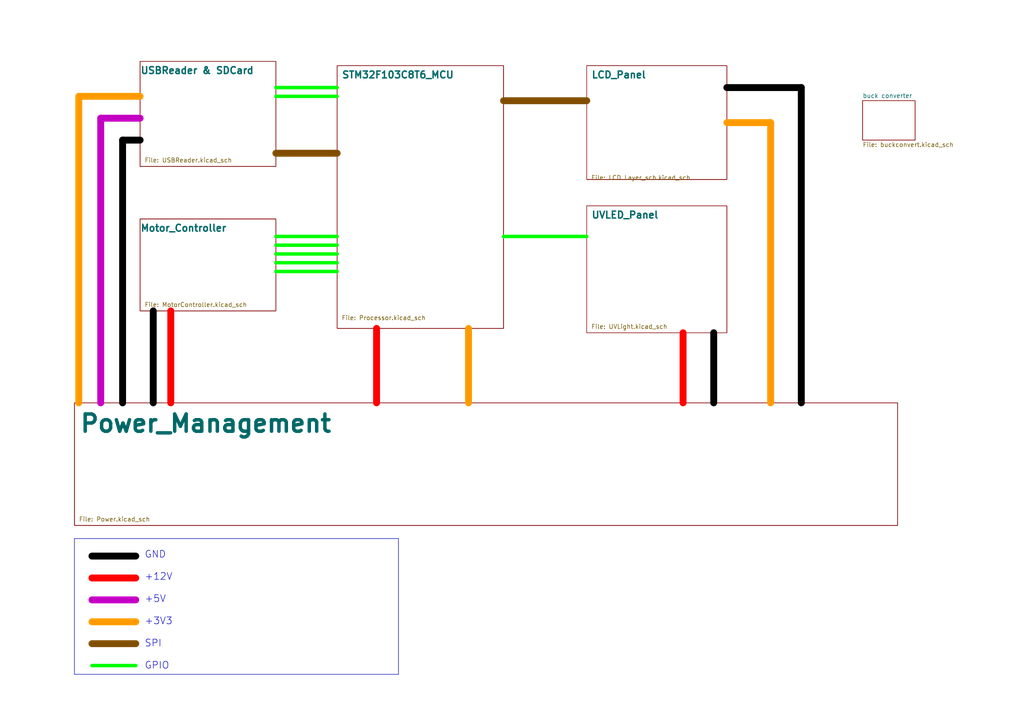
<source format=kicad_sch>
(kicad_sch (version 20230121) (generator eeschema)
  (paper "A4")
  (title_block (title "Resin 3D Printer PCB") (date "2024-02-27") (rev "1.0") (company "Sidharth Sreeram"))
  (lib_symbols)
  (bus (pts (xy 29.21 34.29) (xy 40.64 34.29)) (stroke (width 2) (color 194 0 194 1)))
  (bus (pts (xy 29.21 116.84) (xy 29.21 34.29)) (stroke (width 2) (color 194 0 194 1)))
  (bus (pts (xy 146.05 68.58) (xy 170.18 68.58)) (stroke (width 1) (color 0 255 0 1)))
  (bus (pts (xy 207.01 96.52) (xy 207.01 116.84)) (stroke (width 2) (color 0 0 0 1)))
  (bus (pts (xy 35.56 40.64) (xy 40.64 40.64)) (stroke (width 2) (color 0 0 0 1)))
  (bus (pts (xy 232.41 25.4) (xy 210.82 25.4)) (stroke (width 2) (color 0 0 0 1)))
  (wire (pts (xy 26.67 173.99) (xy 39.37 173.99)) (stroke (width 2) (color 194 0 194 1)))
  (wire (pts (xy 26.67 180.34) (xy 39.37 180.34)) (stroke (width 2) (color 255 153 0 1)))
  (bus (pts (xy 223.52 35.56) (xy 223.52 116.84)) (stroke (width 2) (color 255 153 0 1)))
  (bus (pts (xy 35.56 116.84) (xy 35.56 40.64)) (stroke (width 2) (color 0 0 0 1)))
  (wire (pts (xy 26.67 186.69) (xy 39.37 186.69)) (stroke (width 2) (color 128 77 0 1)))
  (bus (pts (xy 223.52 35.56) (xy 210.82 35.56)) (stroke (width 2) (color 255 153 0 1)))
  (bus (pts (xy 80.01 71.12) (xy 97.79 71.12)) (stroke (width 1) (color 0 255 0 1)))
  (bus (pts (xy 80.01 68.58) (xy 97.79 68.58)) (stroke (width 1) (color 0 255 0 1)))
  (wire (pts (xy 26.67 167.64) (xy 39.37 167.64)) (stroke (width 2) (color 255 0 0 1)))
  (bus (pts (xy 80.01 25.4) (xy 97.79 25.4)) (stroke (width 1) (color 0 255 0 1)))
  (bus (pts (xy 80.01 44.45) (xy 97.79 44.45)) (stroke (width 2) (color 128 77 0 1)))
  (wire (pts (xy 40.64 27.94) (xy 22.86 27.94)) (stroke (width 2) (color 255 153 0 1)))
  (bus (pts (xy 80.01 27.94) (xy 97.79 27.94)) (stroke (width 1) (color 0 255 0 1)))
  (wire (pts (xy 26.67 161.29) (xy 39.37 161.29)) (stroke (width 2) (color 0 0 0 1)))
  (wire (pts (xy 22.86 27.94) (xy 22.86 116.84)) (stroke (width 2) (color 255 153 0 1)))
  (wire (pts (xy 26.67 193.04) (xy 39.37 193.04)) (stroke (width 1) (color 0 255 0 1)))
  (bus (pts (xy 232.41 25.4) (xy 232.41 116.84)) (stroke (width 2) (color 0 0 0 1)))
  (bus (pts (xy 44.45 90.17) (xy 44.45 116.84)) (stroke (width 2) (color 0 0 0 1)))
  (bus (pts (xy 80.01 73.66) (xy 97.79 73.66)) (stroke (width 1) (color 0 255 0 1)))
  (bus (pts (xy 49.53 90.17) (xy 49.53 116.84)) (stroke (width 2) (color 255 0 0 1)))
  (bus (pts (xy 146.05 29.21) (xy 170.18 29.21)) (stroke (width 2) (color 128 77 0 1)))
  (bus (pts (xy 80.01 76.2) (xy 97.79 76.2)) (stroke (width 1) (color 0 255 0 1)))
  (bus (pts (xy 109.22 95.25) (xy 109.22 116.84)) (stroke (width 2) (color 255 0 0 1)))
  (bus (pts (xy 198.12 96.52) (xy 198.12 116.84)) (stroke (width 2) (color 255 0 0 1)))
  (bus (pts (xy 135.89 95.25) (xy 135.89 116.84)) (stroke (width 2) (color 255 153 0 1)))
  (bus (pts (xy 80.01 78.74) (xy 97.79 78.74)) (stroke (width 1) (color 0 255 0 1)))
  (rectangle (start 21.59 156.21) (end 115.57 195.58))
  (text "GND\n\n+12V\n\n+5V\n\n+3V3\n\nSPI\n\nGPIO" (at 41.91 194.31 0) (effects (font (size 2 2)) (justify left bottom)))
  (sheet (at 250.19 29.21) (size 15.24 11.43) (stroke (width 0.1524))
    (property "Sheetname" "buck converter" (at 250.19 28.4984 0) (effects (justify left bottom)))
    (property "Sheetfile" "buckconvert.kicad_sch" (at 250.19 41.2246 0) (effects (justify left top)))
  )
  (sheet (at 21.59 116.84) (size 238.76 35.56) (stroke (width 0.1524))
    (property "Sheetname" "Power_Management" (at 22.86 125.73 0) (effects (font (size 5 5) bold) (justify left bottom)))
    (property "Sheetfile" "Power.kicad_sch" (at 22.86 149.86 0) (effects (justify left top)))
  )
  (sheet (at 170.18 19.05) (size 40.64 33.02) (stroke (width 0.1524))
    (property "Sheetname" "LCD_Panel" (at 171.45 22.86 0) (effects (font (size 2 2) bold) (justify left bottom)))
    (property "Sheetfile" "LCD Layer_sch.kicad_sch" (at 171.45 50.8 0) (effects (justify left top)))
  )
  (sheet (at 97.79 19.05) (size 48.26 76.2) (stroke (width 0.1524))
    (property "Sheetname" "STM32F103C8T6_MCU" (at 99.06 22.86 0) (effects (font (size 2 2) bold) (justify left bottom)))
    (property "Sheetfile" "Processor.kicad_sch" (at 99.06 91.44 0) (effects (justify left top)))
  )
  (sheet (at 40.64 63.5) (size 39.37 26.67) (stroke (width 0.1524))
    (property "Sheetname" "Motor_Controller" (at 40.64 67.31 0) (effects (font (size 2 2) bold) (justify left bottom)))
    (property "Sheetfile" "MotorController.kicad_sch" (at 41.91 87.63 0) (effects (justify left top)))
  )
  (sheet (at 40.64 17.78) (size 39.37 30.48) (stroke (width 0.1524))
    (property "Sheetname" "USBReader & SDCard" (at 40.64 21.59 0) (effects (font (size 2 2) bold) (justify left bottom)))
    (property "Sheetfile" "USBReader.kicad_sch" (at 41.91 45.72 0) (effects (justify left top)))
  )
  (sheet (at 170.18 59.69) (size 40.64 36.83) (stroke (width 0.1524))
    (property "Sheetname" "UVLED_Panel" (at 171.45 63.5 0) (effects (font (size 2 2) bold) (justify left bottom)))
    (property "Sheetfile" "UVLight.kicad_sch" (at 171.45 93.98 0) (effects (justify left top)))
  )
)
</source>
